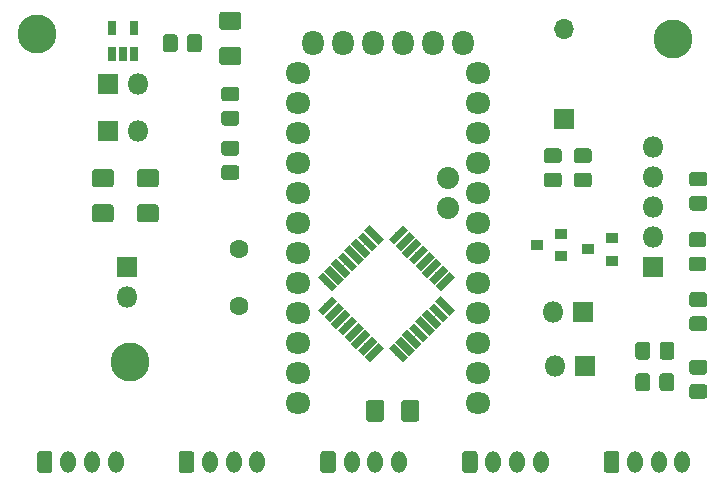
<source format=gbr>
%TF.GenerationSoftware,KiCad,Pcbnew,(5.0.0)*%
%TF.CreationDate,2021-11-23T11:21:32+01:00*%
%TF.ProjectId,PlacaSlave3AGesinen,506C616361536C617665334147657369,rev?*%
%TF.SameCoordinates,Original*%
%TF.FileFunction,Soldermask,Top*%
%TF.FilePolarity,Negative*%
%FSLAX46Y46*%
G04 Gerber Fmt 4.6, Leading zero omitted, Abs format (unit mm)*
G04 Created by KiCad (PCBNEW (5.0.0)) date 11/23/21 11:21:32*
%MOMM*%
%LPD*%
G01*
G04 APERTURE LIST*
%ADD10C,1.878000*%
%ADD11O,2.132000X1.827200*%
%ADD12O,1.827200X2.132000*%
%ADD13C,0.100000*%
%ADD14C,1.525000*%
%ADD15C,1.250000*%
%ADD16R,1.800000X1.800000*%
%ADD17O,1.800000X1.800000*%
%ADD18O,1.300000X1.850000*%
%ADD19C,1.300000*%
%ADD20C,1.600000*%
%ADD21R,1.000000X0.900000*%
%ADD22C,3.300000*%
%ADD23R,0.750000X1.160000*%
%ADD24C,0.650000*%
%ADD25R,1.700000X1.700000*%
%ADD26O,1.700000X1.700000*%
G04 APERTURE END LIST*
D10*
%TO.C,P3*%
X151130000Y-93980000D03*
X151130000Y-96520000D03*
%TD*%
D11*
%TO.C,P1*%
X138430000Y-85090000D03*
X138430000Y-87630000D03*
X138430000Y-90170000D03*
X138430000Y-92710000D03*
X138430000Y-95250000D03*
X138430000Y-97790000D03*
X138430000Y-100330000D03*
X138430000Y-102870000D03*
X138430000Y-105410000D03*
X138430000Y-107950000D03*
X138430000Y-110490000D03*
X138430000Y-113030000D03*
%TD*%
D12*
%TO.C,P2*%
X139700000Y-82550000D03*
X142240000Y-82550000D03*
X144780000Y-82550000D03*
X147320000Y-82550000D03*
X149860000Y-82550000D03*
X152400000Y-82550000D03*
%TD*%
D11*
%TO.C,P4*%
X153670000Y-85090000D03*
X153670000Y-87630000D03*
X153670000Y-90170000D03*
X153670000Y-92710000D03*
X153670000Y-95250000D03*
X153670000Y-97790000D03*
X153670000Y-100330000D03*
X153670000Y-102870000D03*
X153670000Y-105410000D03*
X153670000Y-107950000D03*
X153670000Y-110490000D03*
X153670000Y-113030000D03*
%TD*%
D13*
%TO.C,C1*%
G36*
X133398680Y-79883788D02*
X133424651Y-79887641D01*
X133450120Y-79894020D01*
X133474841Y-79902866D01*
X133498575Y-79914091D01*
X133521095Y-79927589D01*
X133542184Y-79943230D01*
X133561638Y-79960862D01*
X133579270Y-79980316D01*
X133594911Y-80001405D01*
X133608409Y-80023925D01*
X133619634Y-80047659D01*
X133628480Y-80072380D01*
X133634859Y-80097849D01*
X133638712Y-80123820D01*
X133640000Y-80150044D01*
X133640000Y-81139956D01*
X133638712Y-81166180D01*
X133634859Y-81192151D01*
X133628480Y-81217620D01*
X133619634Y-81242341D01*
X133608409Y-81266075D01*
X133594911Y-81288595D01*
X133579270Y-81309684D01*
X133561638Y-81329138D01*
X133542184Y-81346770D01*
X133521095Y-81362411D01*
X133498575Y-81375909D01*
X133474841Y-81387134D01*
X133450120Y-81395980D01*
X133424651Y-81402359D01*
X133398680Y-81406212D01*
X133372456Y-81407500D01*
X132057544Y-81407500D01*
X132031320Y-81406212D01*
X132005349Y-81402359D01*
X131979880Y-81395980D01*
X131955159Y-81387134D01*
X131931425Y-81375909D01*
X131908905Y-81362411D01*
X131887816Y-81346770D01*
X131868362Y-81329138D01*
X131850730Y-81309684D01*
X131835089Y-81288595D01*
X131821591Y-81266075D01*
X131810366Y-81242341D01*
X131801520Y-81217620D01*
X131795141Y-81192151D01*
X131791288Y-81166180D01*
X131790000Y-81139956D01*
X131790000Y-80150044D01*
X131791288Y-80123820D01*
X131795141Y-80097849D01*
X131801520Y-80072380D01*
X131810366Y-80047659D01*
X131821591Y-80023925D01*
X131835089Y-80001405D01*
X131850730Y-79980316D01*
X131868362Y-79960862D01*
X131887816Y-79943230D01*
X131908905Y-79927589D01*
X131931425Y-79914091D01*
X131955159Y-79902866D01*
X131979880Y-79894020D01*
X132005349Y-79887641D01*
X132031320Y-79883788D01*
X132057544Y-79882500D01*
X133372456Y-79882500D01*
X133398680Y-79883788D01*
X133398680Y-79883788D01*
G37*
D14*
X132715000Y-80645000D03*
D13*
G36*
X133398680Y-82858788D02*
X133424651Y-82862641D01*
X133450120Y-82869020D01*
X133474841Y-82877866D01*
X133498575Y-82889091D01*
X133521095Y-82902589D01*
X133542184Y-82918230D01*
X133561638Y-82935862D01*
X133579270Y-82955316D01*
X133594911Y-82976405D01*
X133608409Y-82998925D01*
X133619634Y-83022659D01*
X133628480Y-83047380D01*
X133634859Y-83072849D01*
X133638712Y-83098820D01*
X133640000Y-83125044D01*
X133640000Y-84114956D01*
X133638712Y-84141180D01*
X133634859Y-84167151D01*
X133628480Y-84192620D01*
X133619634Y-84217341D01*
X133608409Y-84241075D01*
X133594911Y-84263595D01*
X133579270Y-84284684D01*
X133561638Y-84304138D01*
X133542184Y-84321770D01*
X133521095Y-84337411D01*
X133498575Y-84350909D01*
X133474841Y-84362134D01*
X133450120Y-84370980D01*
X133424651Y-84377359D01*
X133398680Y-84381212D01*
X133372456Y-84382500D01*
X132057544Y-84382500D01*
X132031320Y-84381212D01*
X132005349Y-84377359D01*
X131979880Y-84370980D01*
X131955159Y-84362134D01*
X131931425Y-84350909D01*
X131908905Y-84337411D01*
X131887816Y-84321770D01*
X131868362Y-84304138D01*
X131850730Y-84284684D01*
X131835089Y-84263595D01*
X131821591Y-84241075D01*
X131810366Y-84217341D01*
X131801520Y-84192620D01*
X131795141Y-84167151D01*
X131791288Y-84141180D01*
X131790000Y-84114956D01*
X131790000Y-83125044D01*
X131791288Y-83098820D01*
X131795141Y-83072849D01*
X131801520Y-83047380D01*
X131810366Y-83022659D01*
X131821591Y-82998925D01*
X131835089Y-82976405D01*
X131850730Y-82955316D01*
X131868362Y-82935862D01*
X131887816Y-82918230D01*
X131908905Y-82902589D01*
X131931425Y-82889091D01*
X131955159Y-82877866D01*
X131979880Y-82869020D01*
X132005349Y-82862641D01*
X132031320Y-82858788D01*
X132057544Y-82857500D01*
X133372456Y-82857500D01*
X133398680Y-82858788D01*
X133398680Y-82858788D01*
G37*
D14*
X132715000Y-83620000D03*
%TD*%
D13*
%TO.C,C2*%
G36*
X148476180Y-112741288D02*
X148502151Y-112745141D01*
X148527620Y-112751520D01*
X148552341Y-112760366D01*
X148576075Y-112771591D01*
X148598595Y-112785089D01*
X148619684Y-112800730D01*
X148639138Y-112818362D01*
X148656770Y-112837816D01*
X148672411Y-112858905D01*
X148685909Y-112881425D01*
X148697134Y-112905159D01*
X148705980Y-112929880D01*
X148712359Y-112955349D01*
X148716212Y-112981320D01*
X148717500Y-113007544D01*
X148717500Y-114322456D01*
X148716212Y-114348680D01*
X148712359Y-114374651D01*
X148705980Y-114400120D01*
X148697134Y-114424841D01*
X148685909Y-114448575D01*
X148672411Y-114471095D01*
X148656770Y-114492184D01*
X148639138Y-114511638D01*
X148619684Y-114529270D01*
X148598595Y-114544911D01*
X148576075Y-114558409D01*
X148552341Y-114569634D01*
X148527620Y-114578480D01*
X148502151Y-114584859D01*
X148476180Y-114588712D01*
X148449956Y-114590000D01*
X147460044Y-114590000D01*
X147433820Y-114588712D01*
X147407849Y-114584859D01*
X147382380Y-114578480D01*
X147357659Y-114569634D01*
X147333925Y-114558409D01*
X147311405Y-114544911D01*
X147290316Y-114529270D01*
X147270862Y-114511638D01*
X147253230Y-114492184D01*
X147237589Y-114471095D01*
X147224091Y-114448575D01*
X147212866Y-114424841D01*
X147204020Y-114400120D01*
X147197641Y-114374651D01*
X147193788Y-114348680D01*
X147192500Y-114322456D01*
X147192500Y-113007544D01*
X147193788Y-112981320D01*
X147197641Y-112955349D01*
X147204020Y-112929880D01*
X147212866Y-112905159D01*
X147224091Y-112881425D01*
X147237589Y-112858905D01*
X147253230Y-112837816D01*
X147270862Y-112818362D01*
X147290316Y-112800730D01*
X147311405Y-112785089D01*
X147333925Y-112771591D01*
X147357659Y-112760366D01*
X147382380Y-112751520D01*
X147407849Y-112745141D01*
X147433820Y-112741288D01*
X147460044Y-112740000D01*
X148449956Y-112740000D01*
X148476180Y-112741288D01*
X148476180Y-112741288D01*
G37*
D14*
X147955000Y-113665000D03*
D13*
G36*
X145501180Y-112741288D02*
X145527151Y-112745141D01*
X145552620Y-112751520D01*
X145577341Y-112760366D01*
X145601075Y-112771591D01*
X145623595Y-112785089D01*
X145644684Y-112800730D01*
X145664138Y-112818362D01*
X145681770Y-112837816D01*
X145697411Y-112858905D01*
X145710909Y-112881425D01*
X145722134Y-112905159D01*
X145730980Y-112929880D01*
X145737359Y-112955349D01*
X145741212Y-112981320D01*
X145742500Y-113007544D01*
X145742500Y-114322456D01*
X145741212Y-114348680D01*
X145737359Y-114374651D01*
X145730980Y-114400120D01*
X145722134Y-114424841D01*
X145710909Y-114448575D01*
X145697411Y-114471095D01*
X145681770Y-114492184D01*
X145664138Y-114511638D01*
X145644684Y-114529270D01*
X145623595Y-114544911D01*
X145601075Y-114558409D01*
X145577341Y-114569634D01*
X145552620Y-114578480D01*
X145527151Y-114584859D01*
X145501180Y-114588712D01*
X145474956Y-114590000D01*
X144485044Y-114590000D01*
X144458820Y-114588712D01*
X144432849Y-114584859D01*
X144407380Y-114578480D01*
X144382659Y-114569634D01*
X144358925Y-114558409D01*
X144336405Y-114544911D01*
X144315316Y-114529270D01*
X144295862Y-114511638D01*
X144278230Y-114492184D01*
X144262589Y-114471095D01*
X144249091Y-114448575D01*
X144237866Y-114424841D01*
X144229020Y-114400120D01*
X144222641Y-114374651D01*
X144218788Y-114348680D01*
X144217500Y-114322456D01*
X144217500Y-113007544D01*
X144218788Y-112981320D01*
X144222641Y-112955349D01*
X144229020Y-112929880D01*
X144237866Y-112905159D01*
X144249091Y-112881425D01*
X144262589Y-112858905D01*
X144278230Y-112837816D01*
X144295862Y-112818362D01*
X144315316Y-112800730D01*
X144336405Y-112785089D01*
X144358925Y-112771591D01*
X144382659Y-112760366D01*
X144407380Y-112751520D01*
X144432849Y-112745141D01*
X144458820Y-112741288D01*
X144485044Y-112740000D01*
X145474956Y-112740000D01*
X145501180Y-112741288D01*
X145501180Y-112741288D01*
G37*
D14*
X144980000Y-113665000D03*
%TD*%
D13*
%TO.C,C3*%
G36*
X126413680Y-93218788D02*
X126439651Y-93222641D01*
X126465120Y-93229020D01*
X126489841Y-93237866D01*
X126513575Y-93249091D01*
X126536095Y-93262589D01*
X126557184Y-93278230D01*
X126576638Y-93295862D01*
X126594270Y-93315316D01*
X126609911Y-93336405D01*
X126623409Y-93358925D01*
X126634634Y-93382659D01*
X126643480Y-93407380D01*
X126649859Y-93432849D01*
X126653712Y-93458820D01*
X126655000Y-93485044D01*
X126655000Y-94474956D01*
X126653712Y-94501180D01*
X126649859Y-94527151D01*
X126643480Y-94552620D01*
X126634634Y-94577341D01*
X126623409Y-94601075D01*
X126609911Y-94623595D01*
X126594270Y-94644684D01*
X126576638Y-94664138D01*
X126557184Y-94681770D01*
X126536095Y-94697411D01*
X126513575Y-94710909D01*
X126489841Y-94722134D01*
X126465120Y-94730980D01*
X126439651Y-94737359D01*
X126413680Y-94741212D01*
X126387456Y-94742500D01*
X125072544Y-94742500D01*
X125046320Y-94741212D01*
X125020349Y-94737359D01*
X124994880Y-94730980D01*
X124970159Y-94722134D01*
X124946425Y-94710909D01*
X124923905Y-94697411D01*
X124902816Y-94681770D01*
X124883362Y-94664138D01*
X124865730Y-94644684D01*
X124850089Y-94623595D01*
X124836591Y-94601075D01*
X124825366Y-94577341D01*
X124816520Y-94552620D01*
X124810141Y-94527151D01*
X124806288Y-94501180D01*
X124805000Y-94474956D01*
X124805000Y-93485044D01*
X124806288Y-93458820D01*
X124810141Y-93432849D01*
X124816520Y-93407380D01*
X124825366Y-93382659D01*
X124836591Y-93358925D01*
X124850089Y-93336405D01*
X124865730Y-93315316D01*
X124883362Y-93295862D01*
X124902816Y-93278230D01*
X124923905Y-93262589D01*
X124946425Y-93249091D01*
X124970159Y-93237866D01*
X124994880Y-93229020D01*
X125020349Y-93222641D01*
X125046320Y-93218788D01*
X125072544Y-93217500D01*
X126387456Y-93217500D01*
X126413680Y-93218788D01*
X126413680Y-93218788D01*
G37*
D14*
X125730000Y-93980000D03*
D13*
G36*
X126413680Y-96193788D02*
X126439651Y-96197641D01*
X126465120Y-96204020D01*
X126489841Y-96212866D01*
X126513575Y-96224091D01*
X126536095Y-96237589D01*
X126557184Y-96253230D01*
X126576638Y-96270862D01*
X126594270Y-96290316D01*
X126609911Y-96311405D01*
X126623409Y-96333925D01*
X126634634Y-96357659D01*
X126643480Y-96382380D01*
X126649859Y-96407849D01*
X126653712Y-96433820D01*
X126655000Y-96460044D01*
X126655000Y-97449956D01*
X126653712Y-97476180D01*
X126649859Y-97502151D01*
X126643480Y-97527620D01*
X126634634Y-97552341D01*
X126623409Y-97576075D01*
X126609911Y-97598595D01*
X126594270Y-97619684D01*
X126576638Y-97639138D01*
X126557184Y-97656770D01*
X126536095Y-97672411D01*
X126513575Y-97685909D01*
X126489841Y-97697134D01*
X126465120Y-97705980D01*
X126439651Y-97712359D01*
X126413680Y-97716212D01*
X126387456Y-97717500D01*
X125072544Y-97717500D01*
X125046320Y-97716212D01*
X125020349Y-97712359D01*
X124994880Y-97705980D01*
X124970159Y-97697134D01*
X124946425Y-97685909D01*
X124923905Y-97672411D01*
X124902816Y-97656770D01*
X124883362Y-97639138D01*
X124865730Y-97619684D01*
X124850089Y-97598595D01*
X124836591Y-97576075D01*
X124825366Y-97552341D01*
X124816520Y-97527620D01*
X124810141Y-97502151D01*
X124806288Y-97476180D01*
X124805000Y-97449956D01*
X124805000Y-96460044D01*
X124806288Y-96433820D01*
X124810141Y-96407849D01*
X124816520Y-96382380D01*
X124825366Y-96357659D01*
X124836591Y-96333925D01*
X124850089Y-96311405D01*
X124865730Y-96290316D01*
X124883362Y-96270862D01*
X124902816Y-96253230D01*
X124923905Y-96237589D01*
X124946425Y-96224091D01*
X124970159Y-96212866D01*
X124994880Y-96204020D01*
X125020349Y-96197641D01*
X125046320Y-96193788D01*
X125072544Y-96192500D01*
X126387456Y-96192500D01*
X126413680Y-96193788D01*
X126413680Y-96193788D01*
G37*
D14*
X125730000Y-96955000D03*
%TD*%
D13*
%TO.C,C4*%
G36*
X122603680Y-96193788D02*
X122629651Y-96197641D01*
X122655120Y-96204020D01*
X122679841Y-96212866D01*
X122703575Y-96224091D01*
X122726095Y-96237589D01*
X122747184Y-96253230D01*
X122766638Y-96270862D01*
X122784270Y-96290316D01*
X122799911Y-96311405D01*
X122813409Y-96333925D01*
X122824634Y-96357659D01*
X122833480Y-96382380D01*
X122839859Y-96407849D01*
X122843712Y-96433820D01*
X122845000Y-96460044D01*
X122845000Y-97449956D01*
X122843712Y-97476180D01*
X122839859Y-97502151D01*
X122833480Y-97527620D01*
X122824634Y-97552341D01*
X122813409Y-97576075D01*
X122799911Y-97598595D01*
X122784270Y-97619684D01*
X122766638Y-97639138D01*
X122747184Y-97656770D01*
X122726095Y-97672411D01*
X122703575Y-97685909D01*
X122679841Y-97697134D01*
X122655120Y-97705980D01*
X122629651Y-97712359D01*
X122603680Y-97716212D01*
X122577456Y-97717500D01*
X121262544Y-97717500D01*
X121236320Y-97716212D01*
X121210349Y-97712359D01*
X121184880Y-97705980D01*
X121160159Y-97697134D01*
X121136425Y-97685909D01*
X121113905Y-97672411D01*
X121092816Y-97656770D01*
X121073362Y-97639138D01*
X121055730Y-97619684D01*
X121040089Y-97598595D01*
X121026591Y-97576075D01*
X121015366Y-97552341D01*
X121006520Y-97527620D01*
X121000141Y-97502151D01*
X120996288Y-97476180D01*
X120995000Y-97449956D01*
X120995000Y-96460044D01*
X120996288Y-96433820D01*
X121000141Y-96407849D01*
X121006520Y-96382380D01*
X121015366Y-96357659D01*
X121026591Y-96333925D01*
X121040089Y-96311405D01*
X121055730Y-96290316D01*
X121073362Y-96270862D01*
X121092816Y-96253230D01*
X121113905Y-96237589D01*
X121136425Y-96224091D01*
X121160159Y-96212866D01*
X121184880Y-96204020D01*
X121210349Y-96197641D01*
X121236320Y-96193788D01*
X121262544Y-96192500D01*
X122577456Y-96192500D01*
X122603680Y-96193788D01*
X122603680Y-96193788D01*
G37*
D14*
X121920000Y-96955000D03*
D13*
G36*
X122603680Y-93218788D02*
X122629651Y-93222641D01*
X122655120Y-93229020D01*
X122679841Y-93237866D01*
X122703575Y-93249091D01*
X122726095Y-93262589D01*
X122747184Y-93278230D01*
X122766638Y-93295862D01*
X122784270Y-93315316D01*
X122799911Y-93336405D01*
X122813409Y-93358925D01*
X122824634Y-93382659D01*
X122833480Y-93407380D01*
X122839859Y-93432849D01*
X122843712Y-93458820D01*
X122845000Y-93485044D01*
X122845000Y-94474956D01*
X122843712Y-94501180D01*
X122839859Y-94527151D01*
X122833480Y-94552620D01*
X122824634Y-94577341D01*
X122813409Y-94601075D01*
X122799911Y-94623595D01*
X122784270Y-94644684D01*
X122766638Y-94664138D01*
X122747184Y-94681770D01*
X122726095Y-94697411D01*
X122703575Y-94710909D01*
X122679841Y-94722134D01*
X122655120Y-94730980D01*
X122629651Y-94737359D01*
X122603680Y-94741212D01*
X122577456Y-94742500D01*
X121262544Y-94742500D01*
X121236320Y-94741212D01*
X121210349Y-94737359D01*
X121184880Y-94730980D01*
X121160159Y-94722134D01*
X121136425Y-94710909D01*
X121113905Y-94697411D01*
X121092816Y-94681770D01*
X121073362Y-94664138D01*
X121055730Y-94644684D01*
X121040089Y-94623595D01*
X121026591Y-94601075D01*
X121015366Y-94577341D01*
X121006520Y-94552620D01*
X121000141Y-94527151D01*
X120996288Y-94501180D01*
X120995000Y-94474956D01*
X120995000Y-93485044D01*
X120996288Y-93458820D01*
X121000141Y-93432849D01*
X121006520Y-93407380D01*
X121015366Y-93382659D01*
X121026591Y-93358925D01*
X121040089Y-93336405D01*
X121055730Y-93315316D01*
X121073362Y-93295862D01*
X121092816Y-93278230D01*
X121113905Y-93262589D01*
X121136425Y-93249091D01*
X121160159Y-93237866D01*
X121184880Y-93229020D01*
X121210349Y-93222641D01*
X121236320Y-93218788D01*
X121262544Y-93217500D01*
X122577456Y-93217500D01*
X122603680Y-93218788D01*
X122603680Y-93218788D01*
G37*
D14*
X121920000Y-93980000D03*
%TD*%
D13*
%TO.C,D1*%
G36*
X133219897Y-92866308D02*
X133246275Y-92870221D01*
X133272143Y-92876701D01*
X133297252Y-92885685D01*
X133321358Y-92897086D01*
X133344232Y-92910796D01*
X133365651Y-92926682D01*
X133385410Y-92944590D01*
X133403318Y-92964349D01*
X133419204Y-92985768D01*
X133432914Y-93008642D01*
X133444315Y-93032748D01*
X133453299Y-93057857D01*
X133459779Y-93083725D01*
X133463692Y-93110103D01*
X133465000Y-93136738D01*
X133465000Y-93843262D01*
X133463692Y-93869897D01*
X133459779Y-93896275D01*
X133453299Y-93922143D01*
X133444315Y-93947252D01*
X133432914Y-93971358D01*
X133419204Y-93994232D01*
X133403318Y-94015651D01*
X133385410Y-94035410D01*
X133365651Y-94053318D01*
X133344232Y-94069204D01*
X133321358Y-94082914D01*
X133297252Y-94094315D01*
X133272143Y-94103299D01*
X133246275Y-94109779D01*
X133219897Y-94113692D01*
X133193262Y-94115000D01*
X132236738Y-94115000D01*
X132210103Y-94113692D01*
X132183725Y-94109779D01*
X132157857Y-94103299D01*
X132132748Y-94094315D01*
X132108642Y-94082914D01*
X132085768Y-94069204D01*
X132064349Y-94053318D01*
X132044590Y-94035410D01*
X132026682Y-94015651D01*
X132010796Y-93994232D01*
X131997086Y-93971358D01*
X131985685Y-93947252D01*
X131976701Y-93922143D01*
X131970221Y-93896275D01*
X131966308Y-93869897D01*
X131965000Y-93843262D01*
X131965000Y-93136738D01*
X131966308Y-93110103D01*
X131970221Y-93083725D01*
X131976701Y-93057857D01*
X131985685Y-93032748D01*
X131997086Y-93008642D01*
X132010796Y-92985768D01*
X132026682Y-92964349D01*
X132044590Y-92944590D01*
X132064349Y-92926682D01*
X132085768Y-92910796D01*
X132108642Y-92897086D01*
X132132748Y-92885685D01*
X132157857Y-92876701D01*
X132183725Y-92870221D01*
X132210103Y-92866308D01*
X132236738Y-92865000D01*
X133193262Y-92865000D01*
X133219897Y-92866308D01*
X133219897Y-92866308D01*
G37*
D15*
X132715000Y-93490000D03*
D13*
G36*
X133219897Y-90816308D02*
X133246275Y-90820221D01*
X133272143Y-90826701D01*
X133297252Y-90835685D01*
X133321358Y-90847086D01*
X133344232Y-90860796D01*
X133365651Y-90876682D01*
X133385410Y-90894590D01*
X133403318Y-90914349D01*
X133419204Y-90935768D01*
X133432914Y-90958642D01*
X133444315Y-90982748D01*
X133453299Y-91007857D01*
X133459779Y-91033725D01*
X133463692Y-91060103D01*
X133465000Y-91086738D01*
X133465000Y-91793262D01*
X133463692Y-91819897D01*
X133459779Y-91846275D01*
X133453299Y-91872143D01*
X133444315Y-91897252D01*
X133432914Y-91921358D01*
X133419204Y-91944232D01*
X133403318Y-91965651D01*
X133385410Y-91985410D01*
X133365651Y-92003318D01*
X133344232Y-92019204D01*
X133321358Y-92032914D01*
X133297252Y-92044315D01*
X133272143Y-92053299D01*
X133246275Y-92059779D01*
X133219897Y-92063692D01*
X133193262Y-92065000D01*
X132236738Y-92065000D01*
X132210103Y-92063692D01*
X132183725Y-92059779D01*
X132157857Y-92053299D01*
X132132748Y-92044315D01*
X132108642Y-92032914D01*
X132085768Y-92019204D01*
X132064349Y-92003318D01*
X132044590Y-91985410D01*
X132026682Y-91965651D01*
X132010796Y-91944232D01*
X131997086Y-91921358D01*
X131985685Y-91897252D01*
X131976701Y-91872143D01*
X131970221Y-91846275D01*
X131966308Y-91819897D01*
X131965000Y-91793262D01*
X131965000Y-91086738D01*
X131966308Y-91060103D01*
X131970221Y-91033725D01*
X131976701Y-91007857D01*
X131985685Y-90982748D01*
X131997086Y-90958642D01*
X132010796Y-90935768D01*
X132026682Y-90914349D01*
X132044590Y-90894590D01*
X132064349Y-90876682D01*
X132085768Y-90860796D01*
X132108642Y-90847086D01*
X132132748Y-90835685D01*
X132157857Y-90826701D01*
X132183725Y-90820221D01*
X132210103Y-90816308D01*
X132236738Y-90815000D01*
X133193262Y-90815000D01*
X133219897Y-90816308D01*
X133219897Y-90816308D01*
G37*
D15*
X132715000Y-91440000D03*
%TD*%
D13*
%TO.C,D2*%
G36*
X170069897Y-107836308D02*
X170096275Y-107840221D01*
X170122143Y-107846701D01*
X170147252Y-107855685D01*
X170171358Y-107867086D01*
X170194232Y-107880796D01*
X170215651Y-107896682D01*
X170235410Y-107914590D01*
X170253318Y-107934349D01*
X170269204Y-107955768D01*
X170282914Y-107978642D01*
X170294315Y-108002748D01*
X170303299Y-108027857D01*
X170309779Y-108053725D01*
X170313692Y-108080103D01*
X170315000Y-108106738D01*
X170315000Y-109063262D01*
X170313692Y-109089897D01*
X170309779Y-109116275D01*
X170303299Y-109142143D01*
X170294315Y-109167252D01*
X170282914Y-109191358D01*
X170269204Y-109214232D01*
X170253318Y-109235651D01*
X170235410Y-109255410D01*
X170215651Y-109273318D01*
X170194232Y-109289204D01*
X170171358Y-109302914D01*
X170147252Y-109314315D01*
X170122143Y-109323299D01*
X170096275Y-109329779D01*
X170069897Y-109333692D01*
X170043262Y-109335000D01*
X169336738Y-109335000D01*
X169310103Y-109333692D01*
X169283725Y-109329779D01*
X169257857Y-109323299D01*
X169232748Y-109314315D01*
X169208642Y-109302914D01*
X169185768Y-109289204D01*
X169164349Y-109273318D01*
X169144590Y-109255410D01*
X169126682Y-109235651D01*
X169110796Y-109214232D01*
X169097086Y-109191358D01*
X169085685Y-109167252D01*
X169076701Y-109142143D01*
X169070221Y-109116275D01*
X169066308Y-109089897D01*
X169065000Y-109063262D01*
X169065000Y-108106738D01*
X169066308Y-108080103D01*
X169070221Y-108053725D01*
X169076701Y-108027857D01*
X169085685Y-108002748D01*
X169097086Y-107978642D01*
X169110796Y-107955768D01*
X169126682Y-107934349D01*
X169144590Y-107914590D01*
X169164349Y-107896682D01*
X169185768Y-107880796D01*
X169208642Y-107867086D01*
X169232748Y-107855685D01*
X169257857Y-107846701D01*
X169283725Y-107840221D01*
X169310103Y-107836308D01*
X169336738Y-107835000D01*
X170043262Y-107835000D01*
X170069897Y-107836308D01*
X170069897Y-107836308D01*
G37*
D15*
X169690000Y-108585000D03*
D13*
G36*
X168019897Y-107836308D02*
X168046275Y-107840221D01*
X168072143Y-107846701D01*
X168097252Y-107855685D01*
X168121358Y-107867086D01*
X168144232Y-107880796D01*
X168165651Y-107896682D01*
X168185410Y-107914590D01*
X168203318Y-107934349D01*
X168219204Y-107955768D01*
X168232914Y-107978642D01*
X168244315Y-108002748D01*
X168253299Y-108027857D01*
X168259779Y-108053725D01*
X168263692Y-108080103D01*
X168265000Y-108106738D01*
X168265000Y-109063262D01*
X168263692Y-109089897D01*
X168259779Y-109116275D01*
X168253299Y-109142143D01*
X168244315Y-109167252D01*
X168232914Y-109191358D01*
X168219204Y-109214232D01*
X168203318Y-109235651D01*
X168185410Y-109255410D01*
X168165651Y-109273318D01*
X168144232Y-109289204D01*
X168121358Y-109302914D01*
X168097252Y-109314315D01*
X168072143Y-109323299D01*
X168046275Y-109329779D01*
X168019897Y-109333692D01*
X167993262Y-109335000D01*
X167286738Y-109335000D01*
X167260103Y-109333692D01*
X167233725Y-109329779D01*
X167207857Y-109323299D01*
X167182748Y-109314315D01*
X167158642Y-109302914D01*
X167135768Y-109289204D01*
X167114349Y-109273318D01*
X167094590Y-109255410D01*
X167076682Y-109235651D01*
X167060796Y-109214232D01*
X167047086Y-109191358D01*
X167035685Y-109167252D01*
X167026701Y-109142143D01*
X167020221Y-109116275D01*
X167016308Y-109089897D01*
X167015000Y-109063262D01*
X167015000Y-108106738D01*
X167016308Y-108080103D01*
X167020221Y-108053725D01*
X167026701Y-108027857D01*
X167035685Y-108002748D01*
X167047086Y-107978642D01*
X167060796Y-107955768D01*
X167076682Y-107934349D01*
X167094590Y-107914590D01*
X167114349Y-107896682D01*
X167135768Y-107880796D01*
X167158642Y-107867086D01*
X167182748Y-107855685D01*
X167207857Y-107846701D01*
X167233725Y-107840221D01*
X167260103Y-107836308D01*
X167286738Y-107835000D01*
X167993262Y-107835000D01*
X168019897Y-107836308D01*
X168019897Y-107836308D01*
G37*
D15*
X167640000Y-108585000D03*
%TD*%
D16*
%TO.C,J1*%
X124000000Y-101460000D03*
D17*
X124000000Y-104000000D03*
%TD*%
%TO.C,JP1*%
X124904500Y-86042500D03*
D16*
X122364500Y-86042500D03*
%TD*%
%TO.C,JP2*%
X122364500Y-89979500D03*
D17*
X124904500Y-89979500D03*
%TD*%
D13*
%TO.C,R1*%
G36*
X133219897Y-88276308D02*
X133246275Y-88280221D01*
X133272143Y-88286701D01*
X133297252Y-88295685D01*
X133321358Y-88307086D01*
X133344232Y-88320796D01*
X133365651Y-88336682D01*
X133385410Y-88354590D01*
X133403318Y-88374349D01*
X133419204Y-88395768D01*
X133432914Y-88418642D01*
X133444315Y-88442748D01*
X133453299Y-88467857D01*
X133459779Y-88493725D01*
X133463692Y-88520103D01*
X133465000Y-88546738D01*
X133465000Y-89253262D01*
X133463692Y-89279897D01*
X133459779Y-89306275D01*
X133453299Y-89332143D01*
X133444315Y-89357252D01*
X133432914Y-89381358D01*
X133419204Y-89404232D01*
X133403318Y-89425651D01*
X133385410Y-89445410D01*
X133365651Y-89463318D01*
X133344232Y-89479204D01*
X133321358Y-89492914D01*
X133297252Y-89504315D01*
X133272143Y-89513299D01*
X133246275Y-89519779D01*
X133219897Y-89523692D01*
X133193262Y-89525000D01*
X132236738Y-89525000D01*
X132210103Y-89523692D01*
X132183725Y-89519779D01*
X132157857Y-89513299D01*
X132132748Y-89504315D01*
X132108642Y-89492914D01*
X132085768Y-89479204D01*
X132064349Y-89463318D01*
X132044590Y-89445410D01*
X132026682Y-89425651D01*
X132010796Y-89404232D01*
X131997086Y-89381358D01*
X131985685Y-89357252D01*
X131976701Y-89332143D01*
X131970221Y-89306275D01*
X131966308Y-89279897D01*
X131965000Y-89253262D01*
X131965000Y-88546738D01*
X131966308Y-88520103D01*
X131970221Y-88493725D01*
X131976701Y-88467857D01*
X131985685Y-88442748D01*
X131997086Y-88418642D01*
X132010796Y-88395768D01*
X132026682Y-88374349D01*
X132044590Y-88354590D01*
X132064349Y-88336682D01*
X132085768Y-88320796D01*
X132108642Y-88307086D01*
X132132748Y-88295685D01*
X132157857Y-88286701D01*
X132183725Y-88280221D01*
X132210103Y-88276308D01*
X132236738Y-88275000D01*
X133193262Y-88275000D01*
X133219897Y-88276308D01*
X133219897Y-88276308D01*
G37*
D15*
X132715000Y-88900000D03*
D13*
G36*
X133219897Y-86226308D02*
X133246275Y-86230221D01*
X133272143Y-86236701D01*
X133297252Y-86245685D01*
X133321358Y-86257086D01*
X133344232Y-86270796D01*
X133365651Y-86286682D01*
X133385410Y-86304590D01*
X133403318Y-86324349D01*
X133419204Y-86345768D01*
X133432914Y-86368642D01*
X133444315Y-86392748D01*
X133453299Y-86417857D01*
X133459779Y-86443725D01*
X133463692Y-86470103D01*
X133465000Y-86496738D01*
X133465000Y-87203262D01*
X133463692Y-87229897D01*
X133459779Y-87256275D01*
X133453299Y-87282143D01*
X133444315Y-87307252D01*
X133432914Y-87331358D01*
X133419204Y-87354232D01*
X133403318Y-87375651D01*
X133385410Y-87395410D01*
X133365651Y-87413318D01*
X133344232Y-87429204D01*
X133321358Y-87442914D01*
X133297252Y-87454315D01*
X133272143Y-87463299D01*
X133246275Y-87469779D01*
X133219897Y-87473692D01*
X133193262Y-87475000D01*
X132236738Y-87475000D01*
X132210103Y-87473692D01*
X132183725Y-87469779D01*
X132157857Y-87463299D01*
X132132748Y-87454315D01*
X132108642Y-87442914D01*
X132085768Y-87429204D01*
X132064349Y-87413318D01*
X132044590Y-87395410D01*
X132026682Y-87375651D01*
X132010796Y-87354232D01*
X131997086Y-87331358D01*
X131985685Y-87307252D01*
X131976701Y-87282143D01*
X131970221Y-87256275D01*
X131966308Y-87229897D01*
X131965000Y-87203262D01*
X131965000Y-86496738D01*
X131966308Y-86470103D01*
X131970221Y-86443725D01*
X131976701Y-86417857D01*
X131985685Y-86392748D01*
X131997086Y-86368642D01*
X132010796Y-86345768D01*
X132026682Y-86324349D01*
X132044590Y-86304590D01*
X132064349Y-86286682D01*
X132085768Y-86270796D01*
X132108642Y-86257086D01*
X132132748Y-86245685D01*
X132157857Y-86236701D01*
X132183725Y-86230221D01*
X132210103Y-86226308D01*
X132236738Y-86225000D01*
X133193262Y-86225000D01*
X133219897Y-86226308D01*
X133219897Y-86226308D01*
G37*
D15*
X132715000Y-86850000D03*
%TD*%
D13*
%TO.C,R2*%
G36*
X163064897Y-91451308D02*
X163091275Y-91455221D01*
X163117143Y-91461701D01*
X163142252Y-91470685D01*
X163166358Y-91482086D01*
X163189232Y-91495796D01*
X163210651Y-91511682D01*
X163230410Y-91529590D01*
X163248318Y-91549349D01*
X163264204Y-91570768D01*
X163277914Y-91593642D01*
X163289315Y-91617748D01*
X163298299Y-91642857D01*
X163304779Y-91668725D01*
X163308692Y-91695103D01*
X163310000Y-91721738D01*
X163310000Y-92428262D01*
X163308692Y-92454897D01*
X163304779Y-92481275D01*
X163298299Y-92507143D01*
X163289315Y-92532252D01*
X163277914Y-92556358D01*
X163264204Y-92579232D01*
X163248318Y-92600651D01*
X163230410Y-92620410D01*
X163210651Y-92638318D01*
X163189232Y-92654204D01*
X163166358Y-92667914D01*
X163142252Y-92679315D01*
X163117143Y-92688299D01*
X163091275Y-92694779D01*
X163064897Y-92698692D01*
X163038262Y-92700000D01*
X162081738Y-92700000D01*
X162055103Y-92698692D01*
X162028725Y-92694779D01*
X162002857Y-92688299D01*
X161977748Y-92679315D01*
X161953642Y-92667914D01*
X161930768Y-92654204D01*
X161909349Y-92638318D01*
X161889590Y-92620410D01*
X161871682Y-92600651D01*
X161855796Y-92579232D01*
X161842086Y-92556358D01*
X161830685Y-92532252D01*
X161821701Y-92507143D01*
X161815221Y-92481275D01*
X161811308Y-92454897D01*
X161810000Y-92428262D01*
X161810000Y-91721738D01*
X161811308Y-91695103D01*
X161815221Y-91668725D01*
X161821701Y-91642857D01*
X161830685Y-91617748D01*
X161842086Y-91593642D01*
X161855796Y-91570768D01*
X161871682Y-91549349D01*
X161889590Y-91529590D01*
X161909349Y-91511682D01*
X161930768Y-91495796D01*
X161953642Y-91482086D01*
X161977748Y-91470685D01*
X162002857Y-91461701D01*
X162028725Y-91455221D01*
X162055103Y-91451308D01*
X162081738Y-91450000D01*
X163038262Y-91450000D01*
X163064897Y-91451308D01*
X163064897Y-91451308D01*
G37*
D15*
X162560000Y-92075000D03*
D13*
G36*
X163064897Y-93501308D02*
X163091275Y-93505221D01*
X163117143Y-93511701D01*
X163142252Y-93520685D01*
X163166358Y-93532086D01*
X163189232Y-93545796D01*
X163210651Y-93561682D01*
X163230410Y-93579590D01*
X163248318Y-93599349D01*
X163264204Y-93620768D01*
X163277914Y-93643642D01*
X163289315Y-93667748D01*
X163298299Y-93692857D01*
X163304779Y-93718725D01*
X163308692Y-93745103D01*
X163310000Y-93771738D01*
X163310000Y-94478262D01*
X163308692Y-94504897D01*
X163304779Y-94531275D01*
X163298299Y-94557143D01*
X163289315Y-94582252D01*
X163277914Y-94606358D01*
X163264204Y-94629232D01*
X163248318Y-94650651D01*
X163230410Y-94670410D01*
X163210651Y-94688318D01*
X163189232Y-94704204D01*
X163166358Y-94717914D01*
X163142252Y-94729315D01*
X163117143Y-94738299D01*
X163091275Y-94744779D01*
X163064897Y-94748692D01*
X163038262Y-94750000D01*
X162081738Y-94750000D01*
X162055103Y-94748692D01*
X162028725Y-94744779D01*
X162002857Y-94738299D01*
X161977748Y-94729315D01*
X161953642Y-94717914D01*
X161930768Y-94704204D01*
X161909349Y-94688318D01*
X161889590Y-94670410D01*
X161871682Y-94650651D01*
X161855796Y-94629232D01*
X161842086Y-94606358D01*
X161830685Y-94582252D01*
X161821701Y-94557143D01*
X161815221Y-94531275D01*
X161811308Y-94504897D01*
X161810000Y-94478262D01*
X161810000Y-93771738D01*
X161811308Y-93745103D01*
X161815221Y-93718725D01*
X161821701Y-93692857D01*
X161830685Y-93667748D01*
X161842086Y-93643642D01*
X161855796Y-93620768D01*
X161871682Y-93599349D01*
X161889590Y-93579590D01*
X161909349Y-93561682D01*
X161930768Y-93545796D01*
X161953642Y-93532086D01*
X161977748Y-93520685D01*
X162002857Y-93511701D01*
X162028725Y-93505221D01*
X162055103Y-93501308D01*
X162081738Y-93500000D01*
X163038262Y-93500000D01*
X163064897Y-93501308D01*
X163064897Y-93501308D01*
G37*
D15*
X162560000Y-94125000D03*
%TD*%
D13*
%TO.C,R3*%
G36*
X160524897Y-93501308D02*
X160551275Y-93505221D01*
X160577143Y-93511701D01*
X160602252Y-93520685D01*
X160626358Y-93532086D01*
X160649232Y-93545796D01*
X160670651Y-93561682D01*
X160690410Y-93579590D01*
X160708318Y-93599349D01*
X160724204Y-93620768D01*
X160737914Y-93643642D01*
X160749315Y-93667748D01*
X160758299Y-93692857D01*
X160764779Y-93718725D01*
X160768692Y-93745103D01*
X160770000Y-93771738D01*
X160770000Y-94478262D01*
X160768692Y-94504897D01*
X160764779Y-94531275D01*
X160758299Y-94557143D01*
X160749315Y-94582252D01*
X160737914Y-94606358D01*
X160724204Y-94629232D01*
X160708318Y-94650651D01*
X160690410Y-94670410D01*
X160670651Y-94688318D01*
X160649232Y-94704204D01*
X160626358Y-94717914D01*
X160602252Y-94729315D01*
X160577143Y-94738299D01*
X160551275Y-94744779D01*
X160524897Y-94748692D01*
X160498262Y-94750000D01*
X159541738Y-94750000D01*
X159515103Y-94748692D01*
X159488725Y-94744779D01*
X159462857Y-94738299D01*
X159437748Y-94729315D01*
X159413642Y-94717914D01*
X159390768Y-94704204D01*
X159369349Y-94688318D01*
X159349590Y-94670410D01*
X159331682Y-94650651D01*
X159315796Y-94629232D01*
X159302086Y-94606358D01*
X159290685Y-94582252D01*
X159281701Y-94557143D01*
X159275221Y-94531275D01*
X159271308Y-94504897D01*
X159270000Y-94478262D01*
X159270000Y-93771738D01*
X159271308Y-93745103D01*
X159275221Y-93718725D01*
X159281701Y-93692857D01*
X159290685Y-93667748D01*
X159302086Y-93643642D01*
X159315796Y-93620768D01*
X159331682Y-93599349D01*
X159349590Y-93579590D01*
X159369349Y-93561682D01*
X159390768Y-93545796D01*
X159413642Y-93532086D01*
X159437748Y-93520685D01*
X159462857Y-93511701D01*
X159488725Y-93505221D01*
X159515103Y-93501308D01*
X159541738Y-93500000D01*
X160498262Y-93500000D01*
X160524897Y-93501308D01*
X160524897Y-93501308D01*
G37*
D15*
X160020000Y-94125000D03*
D13*
G36*
X160524897Y-91451308D02*
X160551275Y-91455221D01*
X160577143Y-91461701D01*
X160602252Y-91470685D01*
X160626358Y-91482086D01*
X160649232Y-91495796D01*
X160670651Y-91511682D01*
X160690410Y-91529590D01*
X160708318Y-91549349D01*
X160724204Y-91570768D01*
X160737914Y-91593642D01*
X160749315Y-91617748D01*
X160758299Y-91642857D01*
X160764779Y-91668725D01*
X160768692Y-91695103D01*
X160770000Y-91721738D01*
X160770000Y-92428262D01*
X160768692Y-92454897D01*
X160764779Y-92481275D01*
X160758299Y-92507143D01*
X160749315Y-92532252D01*
X160737914Y-92556358D01*
X160724204Y-92579232D01*
X160708318Y-92600651D01*
X160690410Y-92620410D01*
X160670651Y-92638318D01*
X160649232Y-92654204D01*
X160626358Y-92667914D01*
X160602252Y-92679315D01*
X160577143Y-92688299D01*
X160551275Y-92694779D01*
X160524897Y-92698692D01*
X160498262Y-92700000D01*
X159541738Y-92700000D01*
X159515103Y-92698692D01*
X159488725Y-92694779D01*
X159462857Y-92688299D01*
X159437748Y-92679315D01*
X159413642Y-92667914D01*
X159390768Y-92654204D01*
X159369349Y-92638318D01*
X159349590Y-92620410D01*
X159331682Y-92600651D01*
X159315796Y-92579232D01*
X159302086Y-92556358D01*
X159290685Y-92532252D01*
X159281701Y-92507143D01*
X159275221Y-92481275D01*
X159271308Y-92454897D01*
X159270000Y-92428262D01*
X159270000Y-91721738D01*
X159271308Y-91695103D01*
X159275221Y-91668725D01*
X159281701Y-91642857D01*
X159290685Y-91617748D01*
X159302086Y-91593642D01*
X159315796Y-91570768D01*
X159331682Y-91549349D01*
X159349590Y-91529590D01*
X159369349Y-91511682D01*
X159390768Y-91495796D01*
X159413642Y-91482086D01*
X159437748Y-91470685D01*
X159462857Y-91461701D01*
X159488725Y-91455221D01*
X159515103Y-91451308D01*
X159541738Y-91450000D01*
X160498262Y-91450000D01*
X160524897Y-91451308D01*
X160524897Y-91451308D01*
G37*
D15*
X160020000Y-92075000D03*
%TD*%
D13*
%TO.C,R4*%
G36*
X130064897Y-81801308D02*
X130091275Y-81805221D01*
X130117143Y-81811701D01*
X130142252Y-81820685D01*
X130166358Y-81832086D01*
X130189232Y-81845796D01*
X130210651Y-81861682D01*
X130230410Y-81879590D01*
X130248318Y-81899349D01*
X130264204Y-81920768D01*
X130277914Y-81943642D01*
X130289315Y-81967748D01*
X130298299Y-81992857D01*
X130304779Y-82018725D01*
X130308692Y-82045103D01*
X130310000Y-82071738D01*
X130310000Y-83028262D01*
X130308692Y-83054897D01*
X130304779Y-83081275D01*
X130298299Y-83107143D01*
X130289315Y-83132252D01*
X130277914Y-83156358D01*
X130264204Y-83179232D01*
X130248318Y-83200651D01*
X130230410Y-83220410D01*
X130210651Y-83238318D01*
X130189232Y-83254204D01*
X130166358Y-83267914D01*
X130142252Y-83279315D01*
X130117143Y-83288299D01*
X130091275Y-83294779D01*
X130064897Y-83298692D01*
X130038262Y-83300000D01*
X129331738Y-83300000D01*
X129305103Y-83298692D01*
X129278725Y-83294779D01*
X129252857Y-83288299D01*
X129227748Y-83279315D01*
X129203642Y-83267914D01*
X129180768Y-83254204D01*
X129159349Y-83238318D01*
X129139590Y-83220410D01*
X129121682Y-83200651D01*
X129105796Y-83179232D01*
X129092086Y-83156358D01*
X129080685Y-83132252D01*
X129071701Y-83107143D01*
X129065221Y-83081275D01*
X129061308Y-83054897D01*
X129060000Y-83028262D01*
X129060000Y-82071738D01*
X129061308Y-82045103D01*
X129065221Y-82018725D01*
X129071701Y-81992857D01*
X129080685Y-81967748D01*
X129092086Y-81943642D01*
X129105796Y-81920768D01*
X129121682Y-81899349D01*
X129139590Y-81879590D01*
X129159349Y-81861682D01*
X129180768Y-81845796D01*
X129203642Y-81832086D01*
X129227748Y-81820685D01*
X129252857Y-81811701D01*
X129278725Y-81805221D01*
X129305103Y-81801308D01*
X129331738Y-81800000D01*
X130038262Y-81800000D01*
X130064897Y-81801308D01*
X130064897Y-81801308D01*
G37*
D15*
X129685000Y-82550000D03*
D13*
G36*
X128014897Y-81801308D02*
X128041275Y-81805221D01*
X128067143Y-81811701D01*
X128092252Y-81820685D01*
X128116358Y-81832086D01*
X128139232Y-81845796D01*
X128160651Y-81861682D01*
X128180410Y-81879590D01*
X128198318Y-81899349D01*
X128214204Y-81920768D01*
X128227914Y-81943642D01*
X128239315Y-81967748D01*
X128248299Y-81992857D01*
X128254779Y-82018725D01*
X128258692Y-82045103D01*
X128260000Y-82071738D01*
X128260000Y-83028262D01*
X128258692Y-83054897D01*
X128254779Y-83081275D01*
X128248299Y-83107143D01*
X128239315Y-83132252D01*
X128227914Y-83156358D01*
X128214204Y-83179232D01*
X128198318Y-83200651D01*
X128180410Y-83220410D01*
X128160651Y-83238318D01*
X128139232Y-83254204D01*
X128116358Y-83267914D01*
X128092252Y-83279315D01*
X128067143Y-83288299D01*
X128041275Y-83294779D01*
X128014897Y-83298692D01*
X127988262Y-83300000D01*
X127281738Y-83300000D01*
X127255103Y-83298692D01*
X127228725Y-83294779D01*
X127202857Y-83288299D01*
X127177748Y-83279315D01*
X127153642Y-83267914D01*
X127130768Y-83254204D01*
X127109349Y-83238318D01*
X127089590Y-83220410D01*
X127071682Y-83200651D01*
X127055796Y-83179232D01*
X127042086Y-83156358D01*
X127030685Y-83132252D01*
X127021701Y-83107143D01*
X127015221Y-83081275D01*
X127011308Y-83054897D01*
X127010000Y-83028262D01*
X127010000Y-82071738D01*
X127011308Y-82045103D01*
X127015221Y-82018725D01*
X127021701Y-81992857D01*
X127030685Y-81967748D01*
X127042086Y-81943642D01*
X127055796Y-81920768D01*
X127071682Y-81899349D01*
X127089590Y-81879590D01*
X127109349Y-81861682D01*
X127130768Y-81845796D01*
X127153642Y-81832086D01*
X127177748Y-81820685D01*
X127202857Y-81811701D01*
X127228725Y-81805221D01*
X127255103Y-81801308D01*
X127281738Y-81800000D01*
X127988262Y-81800000D01*
X128014897Y-81801308D01*
X128014897Y-81801308D01*
G37*
D15*
X127635000Y-82550000D03*
%TD*%
D13*
%TO.C,R5*%
G36*
X170060897Y-110503308D02*
X170087275Y-110507221D01*
X170113143Y-110513701D01*
X170138252Y-110522685D01*
X170162358Y-110534086D01*
X170185232Y-110547796D01*
X170206651Y-110563682D01*
X170226410Y-110581590D01*
X170244318Y-110601349D01*
X170260204Y-110622768D01*
X170273914Y-110645642D01*
X170285315Y-110669748D01*
X170294299Y-110694857D01*
X170300779Y-110720725D01*
X170304692Y-110747103D01*
X170306000Y-110773738D01*
X170306000Y-111730262D01*
X170304692Y-111756897D01*
X170300779Y-111783275D01*
X170294299Y-111809143D01*
X170285315Y-111834252D01*
X170273914Y-111858358D01*
X170260204Y-111881232D01*
X170244318Y-111902651D01*
X170226410Y-111922410D01*
X170206651Y-111940318D01*
X170185232Y-111956204D01*
X170162358Y-111969914D01*
X170138252Y-111981315D01*
X170113143Y-111990299D01*
X170087275Y-111996779D01*
X170060897Y-112000692D01*
X170034262Y-112002000D01*
X169327738Y-112002000D01*
X169301103Y-112000692D01*
X169274725Y-111996779D01*
X169248857Y-111990299D01*
X169223748Y-111981315D01*
X169199642Y-111969914D01*
X169176768Y-111956204D01*
X169155349Y-111940318D01*
X169135590Y-111922410D01*
X169117682Y-111902651D01*
X169101796Y-111881232D01*
X169088086Y-111858358D01*
X169076685Y-111834252D01*
X169067701Y-111809143D01*
X169061221Y-111783275D01*
X169057308Y-111756897D01*
X169056000Y-111730262D01*
X169056000Y-110773738D01*
X169057308Y-110747103D01*
X169061221Y-110720725D01*
X169067701Y-110694857D01*
X169076685Y-110669748D01*
X169088086Y-110645642D01*
X169101796Y-110622768D01*
X169117682Y-110601349D01*
X169135590Y-110581590D01*
X169155349Y-110563682D01*
X169176768Y-110547796D01*
X169199642Y-110534086D01*
X169223748Y-110522685D01*
X169248857Y-110513701D01*
X169274725Y-110507221D01*
X169301103Y-110503308D01*
X169327738Y-110502000D01*
X170034262Y-110502000D01*
X170060897Y-110503308D01*
X170060897Y-110503308D01*
G37*
D15*
X169681000Y-111252000D03*
D13*
G36*
X168010897Y-110503308D02*
X168037275Y-110507221D01*
X168063143Y-110513701D01*
X168088252Y-110522685D01*
X168112358Y-110534086D01*
X168135232Y-110547796D01*
X168156651Y-110563682D01*
X168176410Y-110581590D01*
X168194318Y-110601349D01*
X168210204Y-110622768D01*
X168223914Y-110645642D01*
X168235315Y-110669748D01*
X168244299Y-110694857D01*
X168250779Y-110720725D01*
X168254692Y-110747103D01*
X168256000Y-110773738D01*
X168256000Y-111730262D01*
X168254692Y-111756897D01*
X168250779Y-111783275D01*
X168244299Y-111809143D01*
X168235315Y-111834252D01*
X168223914Y-111858358D01*
X168210204Y-111881232D01*
X168194318Y-111902651D01*
X168176410Y-111922410D01*
X168156651Y-111940318D01*
X168135232Y-111956204D01*
X168112358Y-111969914D01*
X168088252Y-111981315D01*
X168063143Y-111990299D01*
X168037275Y-111996779D01*
X168010897Y-112000692D01*
X167984262Y-112002000D01*
X167277738Y-112002000D01*
X167251103Y-112000692D01*
X167224725Y-111996779D01*
X167198857Y-111990299D01*
X167173748Y-111981315D01*
X167149642Y-111969914D01*
X167126768Y-111956204D01*
X167105349Y-111940318D01*
X167085590Y-111922410D01*
X167067682Y-111902651D01*
X167051796Y-111881232D01*
X167038086Y-111858358D01*
X167026685Y-111834252D01*
X167017701Y-111809143D01*
X167011221Y-111783275D01*
X167007308Y-111756897D01*
X167006000Y-111730262D01*
X167006000Y-110773738D01*
X167007308Y-110747103D01*
X167011221Y-110720725D01*
X167017701Y-110694857D01*
X167026685Y-110669748D01*
X167038086Y-110645642D01*
X167051796Y-110622768D01*
X167067682Y-110601349D01*
X167085590Y-110581590D01*
X167105349Y-110563682D01*
X167126768Y-110547796D01*
X167149642Y-110534086D01*
X167173748Y-110522685D01*
X167198857Y-110513701D01*
X167224725Y-110507221D01*
X167251103Y-110503308D01*
X167277738Y-110502000D01*
X167984262Y-110502000D01*
X168010897Y-110503308D01*
X168010897Y-110503308D01*
G37*
D15*
X167631000Y-111252000D03*
%TD*%
D18*
%TO.C,S1*%
X123000000Y-118000000D03*
X121000000Y-118000000D03*
X119000000Y-118000000D03*
D13*
G36*
X117405714Y-117076304D02*
X117432005Y-117080204D01*
X117457786Y-117086662D01*
X117482811Y-117095616D01*
X117506837Y-117106980D01*
X117529634Y-117120643D01*
X117550982Y-117136476D01*
X117570675Y-117154325D01*
X117588524Y-117174018D01*
X117604357Y-117195366D01*
X117618020Y-117218163D01*
X117629384Y-117242189D01*
X117638338Y-117267214D01*
X117644796Y-117292995D01*
X117648696Y-117319286D01*
X117650000Y-117345832D01*
X117650000Y-118654168D01*
X117648696Y-118680714D01*
X117644796Y-118707005D01*
X117638338Y-118732786D01*
X117629384Y-118757811D01*
X117618020Y-118781837D01*
X117604357Y-118804634D01*
X117588524Y-118825982D01*
X117570675Y-118845675D01*
X117550982Y-118863524D01*
X117529634Y-118879357D01*
X117506837Y-118893020D01*
X117482811Y-118904384D01*
X117457786Y-118913338D01*
X117432005Y-118919796D01*
X117405714Y-118923696D01*
X117379168Y-118925000D01*
X116620832Y-118925000D01*
X116594286Y-118923696D01*
X116567995Y-118919796D01*
X116542214Y-118913338D01*
X116517189Y-118904384D01*
X116493163Y-118893020D01*
X116470366Y-118879357D01*
X116449018Y-118863524D01*
X116429325Y-118845675D01*
X116411476Y-118825982D01*
X116395643Y-118804634D01*
X116381980Y-118781837D01*
X116370616Y-118757811D01*
X116361662Y-118732786D01*
X116355204Y-118707005D01*
X116351304Y-118680714D01*
X116350000Y-118654168D01*
X116350000Y-117345832D01*
X116351304Y-117319286D01*
X116355204Y-117292995D01*
X116361662Y-117267214D01*
X116370616Y-117242189D01*
X116381980Y-117218163D01*
X116395643Y-117195366D01*
X116411476Y-117174018D01*
X116429325Y-117154325D01*
X116449018Y-117136476D01*
X116470366Y-117120643D01*
X116493163Y-117106980D01*
X116517189Y-117095616D01*
X116542214Y-117086662D01*
X116567995Y-117080204D01*
X116594286Y-117076304D01*
X116620832Y-117075000D01*
X117379168Y-117075000D01*
X117405714Y-117076304D01*
X117405714Y-117076304D01*
G37*
D19*
X117000000Y-118000000D03*
%TD*%
D13*
%TO.C,S3*%
G36*
X153405714Y-117076304D02*
X153432005Y-117080204D01*
X153457786Y-117086662D01*
X153482811Y-117095616D01*
X153506837Y-117106980D01*
X153529634Y-117120643D01*
X153550982Y-117136476D01*
X153570675Y-117154325D01*
X153588524Y-117174018D01*
X153604357Y-117195366D01*
X153618020Y-117218163D01*
X153629384Y-117242189D01*
X153638338Y-117267214D01*
X153644796Y-117292995D01*
X153648696Y-117319286D01*
X153650000Y-117345832D01*
X153650000Y-118654168D01*
X153648696Y-118680714D01*
X153644796Y-118707005D01*
X153638338Y-118732786D01*
X153629384Y-118757811D01*
X153618020Y-118781837D01*
X153604357Y-118804634D01*
X153588524Y-118825982D01*
X153570675Y-118845675D01*
X153550982Y-118863524D01*
X153529634Y-118879357D01*
X153506837Y-118893020D01*
X153482811Y-118904384D01*
X153457786Y-118913338D01*
X153432005Y-118919796D01*
X153405714Y-118923696D01*
X153379168Y-118925000D01*
X152620832Y-118925000D01*
X152594286Y-118923696D01*
X152567995Y-118919796D01*
X152542214Y-118913338D01*
X152517189Y-118904384D01*
X152493163Y-118893020D01*
X152470366Y-118879357D01*
X152449018Y-118863524D01*
X152429325Y-118845675D01*
X152411476Y-118825982D01*
X152395643Y-118804634D01*
X152381980Y-118781837D01*
X152370616Y-118757811D01*
X152361662Y-118732786D01*
X152355204Y-118707005D01*
X152351304Y-118680714D01*
X152350000Y-118654168D01*
X152350000Y-117345832D01*
X152351304Y-117319286D01*
X152355204Y-117292995D01*
X152361662Y-117267214D01*
X152370616Y-117242189D01*
X152381980Y-117218163D01*
X152395643Y-117195366D01*
X152411476Y-117174018D01*
X152429325Y-117154325D01*
X152449018Y-117136476D01*
X152470366Y-117120643D01*
X152493163Y-117106980D01*
X152517189Y-117095616D01*
X152542214Y-117086662D01*
X152567995Y-117080204D01*
X152594286Y-117076304D01*
X152620832Y-117075000D01*
X153379168Y-117075000D01*
X153405714Y-117076304D01*
X153405714Y-117076304D01*
G37*
D19*
X153000000Y-118000000D03*
D18*
X155000000Y-118000000D03*
X157000000Y-118000000D03*
X159000000Y-118000000D03*
%TD*%
D13*
%TO.C,S4*%
G36*
X129405714Y-117076304D02*
X129432005Y-117080204D01*
X129457786Y-117086662D01*
X129482811Y-117095616D01*
X129506837Y-117106980D01*
X129529634Y-117120643D01*
X129550982Y-117136476D01*
X129570675Y-117154325D01*
X129588524Y-117174018D01*
X129604357Y-117195366D01*
X129618020Y-117218163D01*
X129629384Y-117242189D01*
X129638338Y-117267214D01*
X129644796Y-117292995D01*
X129648696Y-117319286D01*
X129650000Y-117345832D01*
X129650000Y-118654168D01*
X129648696Y-118680714D01*
X129644796Y-118707005D01*
X129638338Y-118732786D01*
X129629384Y-118757811D01*
X129618020Y-118781837D01*
X129604357Y-118804634D01*
X129588524Y-118825982D01*
X129570675Y-118845675D01*
X129550982Y-118863524D01*
X129529634Y-118879357D01*
X129506837Y-118893020D01*
X129482811Y-118904384D01*
X129457786Y-118913338D01*
X129432005Y-118919796D01*
X129405714Y-118923696D01*
X129379168Y-118925000D01*
X128620832Y-118925000D01*
X128594286Y-118923696D01*
X128567995Y-118919796D01*
X128542214Y-118913338D01*
X128517189Y-118904384D01*
X128493163Y-118893020D01*
X128470366Y-118879357D01*
X128449018Y-118863524D01*
X128429325Y-118845675D01*
X128411476Y-118825982D01*
X128395643Y-118804634D01*
X128381980Y-118781837D01*
X128370616Y-118757811D01*
X128361662Y-118732786D01*
X128355204Y-118707005D01*
X128351304Y-118680714D01*
X128350000Y-118654168D01*
X128350000Y-117345832D01*
X128351304Y-117319286D01*
X128355204Y-117292995D01*
X128361662Y-117267214D01*
X128370616Y-117242189D01*
X128381980Y-117218163D01*
X128395643Y-117195366D01*
X128411476Y-117174018D01*
X128429325Y-117154325D01*
X128449018Y-117136476D01*
X128470366Y-117120643D01*
X128493163Y-117106980D01*
X128517189Y-117095616D01*
X128542214Y-117086662D01*
X128567995Y-117080204D01*
X128594286Y-117076304D01*
X128620832Y-117075000D01*
X129379168Y-117075000D01*
X129405714Y-117076304D01*
X129405714Y-117076304D01*
G37*
D19*
X129000000Y-118000000D03*
D18*
X131000000Y-118000000D03*
X133000000Y-118000000D03*
X135000000Y-118000000D03*
%TD*%
%TO.C,S5*%
X171000000Y-118000000D03*
X169000000Y-118000000D03*
X167000000Y-118000000D03*
D13*
G36*
X165405714Y-117076304D02*
X165432005Y-117080204D01*
X165457786Y-117086662D01*
X165482811Y-117095616D01*
X165506837Y-117106980D01*
X165529634Y-117120643D01*
X165550982Y-117136476D01*
X165570675Y-117154325D01*
X165588524Y-117174018D01*
X165604357Y-117195366D01*
X165618020Y-117218163D01*
X165629384Y-117242189D01*
X165638338Y-117267214D01*
X165644796Y-117292995D01*
X165648696Y-117319286D01*
X165650000Y-117345832D01*
X165650000Y-118654168D01*
X165648696Y-118680714D01*
X165644796Y-118707005D01*
X165638338Y-118732786D01*
X165629384Y-118757811D01*
X165618020Y-118781837D01*
X165604357Y-118804634D01*
X165588524Y-118825982D01*
X165570675Y-118845675D01*
X165550982Y-118863524D01*
X165529634Y-118879357D01*
X165506837Y-118893020D01*
X165482811Y-118904384D01*
X165457786Y-118913338D01*
X165432005Y-118919796D01*
X165405714Y-118923696D01*
X165379168Y-118925000D01*
X164620832Y-118925000D01*
X164594286Y-118923696D01*
X164567995Y-118919796D01*
X164542214Y-118913338D01*
X164517189Y-118904384D01*
X164493163Y-118893020D01*
X164470366Y-118879357D01*
X164449018Y-118863524D01*
X164429325Y-118845675D01*
X164411476Y-118825982D01*
X164395643Y-118804634D01*
X164381980Y-118781837D01*
X164370616Y-118757811D01*
X164361662Y-118732786D01*
X164355204Y-118707005D01*
X164351304Y-118680714D01*
X164350000Y-118654168D01*
X164350000Y-117345832D01*
X164351304Y-117319286D01*
X164355204Y-117292995D01*
X164361662Y-117267214D01*
X164370616Y-117242189D01*
X164381980Y-117218163D01*
X164395643Y-117195366D01*
X164411476Y-117174018D01*
X164429325Y-117154325D01*
X164449018Y-117136476D01*
X164470366Y-117120643D01*
X164493163Y-117106980D01*
X164517189Y-117095616D01*
X164542214Y-117086662D01*
X164567995Y-117080204D01*
X164594286Y-117076304D01*
X164620832Y-117075000D01*
X165379168Y-117075000D01*
X165405714Y-117076304D01*
X165405714Y-117076304D01*
G37*
D19*
X165000000Y-118000000D03*
%TD*%
D13*
%TO.C,S6*%
G36*
X141405714Y-117076304D02*
X141432005Y-117080204D01*
X141457786Y-117086662D01*
X141482811Y-117095616D01*
X141506837Y-117106980D01*
X141529634Y-117120643D01*
X141550982Y-117136476D01*
X141570675Y-117154325D01*
X141588524Y-117174018D01*
X141604357Y-117195366D01*
X141618020Y-117218163D01*
X141629384Y-117242189D01*
X141638338Y-117267214D01*
X141644796Y-117292995D01*
X141648696Y-117319286D01*
X141650000Y-117345832D01*
X141650000Y-118654168D01*
X141648696Y-118680714D01*
X141644796Y-118707005D01*
X141638338Y-118732786D01*
X141629384Y-118757811D01*
X141618020Y-118781837D01*
X141604357Y-118804634D01*
X141588524Y-118825982D01*
X141570675Y-118845675D01*
X141550982Y-118863524D01*
X141529634Y-118879357D01*
X141506837Y-118893020D01*
X141482811Y-118904384D01*
X141457786Y-118913338D01*
X141432005Y-118919796D01*
X141405714Y-118923696D01*
X141379168Y-118925000D01*
X140620832Y-118925000D01*
X140594286Y-118923696D01*
X140567995Y-118919796D01*
X140542214Y-118913338D01*
X140517189Y-118904384D01*
X140493163Y-118893020D01*
X140470366Y-118879357D01*
X140449018Y-118863524D01*
X140429325Y-118845675D01*
X140411476Y-118825982D01*
X140395643Y-118804634D01*
X140381980Y-118781837D01*
X140370616Y-118757811D01*
X140361662Y-118732786D01*
X140355204Y-118707005D01*
X140351304Y-118680714D01*
X140350000Y-118654168D01*
X140350000Y-117345832D01*
X140351304Y-117319286D01*
X140355204Y-117292995D01*
X140361662Y-117267214D01*
X140370616Y-117242189D01*
X140381980Y-117218163D01*
X140395643Y-117195366D01*
X140411476Y-117174018D01*
X140429325Y-117154325D01*
X140449018Y-117136476D01*
X140470366Y-117120643D01*
X140493163Y-117106980D01*
X140517189Y-117095616D01*
X140542214Y-117086662D01*
X140567995Y-117080204D01*
X140594286Y-117076304D01*
X140620832Y-117075000D01*
X141379168Y-117075000D01*
X141405714Y-117076304D01*
X141405714Y-117076304D01*
G37*
D19*
X141000000Y-118000000D03*
D18*
X143000000Y-118000000D03*
X145000000Y-118000000D03*
X147000000Y-118000000D03*
%TD*%
D20*
%TO.C,Y1*%
X133477000Y-99949000D03*
X133477000Y-104829000D03*
%TD*%
D16*
%TO.C,JP3*%
X162560000Y-105346500D03*
D17*
X160020000Y-105346500D03*
%TD*%
%TO.C,JP4*%
X160210500Y-109855000D03*
D16*
X162750500Y-109855000D03*
%TD*%
D21*
%TO.C,Q1*%
X158686500Y-99631500D03*
X160686500Y-98681500D03*
X160686500Y-100581500D03*
%TD*%
%TO.C,Q2*%
X165020500Y-100962500D03*
X165020500Y-99062500D03*
X163020500Y-100012500D03*
%TD*%
D13*
%TO.C,R6*%
G36*
X172843897Y-105675308D02*
X172870275Y-105679221D01*
X172896143Y-105685701D01*
X172921252Y-105694685D01*
X172945358Y-105706086D01*
X172968232Y-105719796D01*
X172989651Y-105735682D01*
X173009410Y-105753590D01*
X173027318Y-105773349D01*
X173043204Y-105794768D01*
X173056914Y-105817642D01*
X173068315Y-105841748D01*
X173077299Y-105866857D01*
X173083779Y-105892725D01*
X173087692Y-105919103D01*
X173089000Y-105945738D01*
X173089000Y-106652262D01*
X173087692Y-106678897D01*
X173083779Y-106705275D01*
X173077299Y-106731143D01*
X173068315Y-106756252D01*
X173056914Y-106780358D01*
X173043204Y-106803232D01*
X173027318Y-106824651D01*
X173009410Y-106844410D01*
X172989651Y-106862318D01*
X172968232Y-106878204D01*
X172945358Y-106891914D01*
X172921252Y-106903315D01*
X172896143Y-106912299D01*
X172870275Y-106918779D01*
X172843897Y-106922692D01*
X172817262Y-106924000D01*
X171860738Y-106924000D01*
X171834103Y-106922692D01*
X171807725Y-106918779D01*
X171781857Y-106912299D01*
X171756748Y-106903315D01*
X171732642Y-106891914D01*
X171709768Y-106878204D01*
X171688349Y-106862318D01*
X171668590Y-106844410D01*
X171650682Y-106824651D01*
X171634796Y-106803232D01*
X171621086Y-106780358D01*
X171609685Y-106756252D01*
X171600701Y-106731143D01*
X171594221Y-106705275D01*
X171590308Y-106678897D01*
X171589000Y-106652262D01*
X171589000Y-105945738D01*
X171590308Y-105919103D01*
X171594221Y-105892725D01*
X171600701Y-105866857D01*
X171609685Y-105841748D01*
X171621086Y-105817642D01*
X171634796Y-105794768D01*
X171650682Y-105773349D01*
X171668590Y-105753590D01*
X171688349Y-105735682D01*
X171709768Y-105719796D01*
X171732642Y-105706086D01*
X171756748Y-105694685D01*
X171781857Y-105685701D01*
X171807725Y-105679221D01*
X171834103Y-105675308D01*
X171860738Y-105674000D01*
X172817262Y-105674000D01*
X172843897Y-105675308D01*
X172843897Y-105675308D01*
G37*
D15*
X172339000Y-106299000D03*
D13*
G36*
X172843897Y-103625308D02*
X172870275Y-103629221D01*
X172896143Y-103635701D01*
X172921252Y-103644685D01*
X172945358Y-103656086D01*
X172968232Y-103669796D01*
X172989651Y-103685682D01*
X173009410Y-103703590D01*
X173027318Y-103723349D01*
X173043204Y-103744768D01*
X173056914Y-103767642D01*
X173068315Y-103791748D01*
X173077299Y-103816857D01*
X173083779Y-103842725D01*
X173087692Y-103869103D01*
X173089000Y-103895738D01*
X173089000Y-104602262D01*
X173087692Y-104628897D01*
X173083779Y-104655275D01*
X173077299Y-104681143D01*
X173068315Y-104706252D01*
X173056914Y-104730358D01*
X173043204Y-104753232D01*
X173027318Y-104774651D01*
X173009410Y-104794410D01*
X172989651Y-104812318D01*
X172968232Y-104828204D01*
X172945358Y-104841914D01*
X172921252Y-104853315D01*
X172896143Y-104862299D01*
X172870275Y-104868779D01*
X172843897Y-104872692D01*
X172817262Y-104874000D01*
X171860738Y-104874000D01*
X171834103Y-104872692D01*
X171807725Y-104868779D01*
X171781857Y-104862299D01*
X171756748Y-104853315D01*
X171732642Y-104841914D01*
X171709768Y-104828204D01*
X171688349Y-104812318D01*
X171668590Y-104794410D01*
X171650682Y-104774651D01*
X171634796Y-104753232D01*
X171621086Y-104730358D01*
X171609685Y-104706252D01*
X171600701Y-104681143D01*
X171594221Y-104655275D01*
X171590308Y-104628897D01*
X171589000Y-104602262D01*
X171589000Y-103895738D01*
X171590308Y-103869103D01*
X171594221Y-103842725D01*
X171600701Y-103816857D01*
X171609685Y-103791748D01*
X171621086Y-103767642D01*
X171634796Y-103744768D01*
X171650682Y-103723349D01*
X171668590Y-103703590D01*
X171688349Y-103685682D01*
X171709768Y-103669796D01*
X171732642Y-103656086D01*
X171756748Y-103644685D01*
X171781857Y-103635701D01*
X171807725Y-103629221D01*
X171834103Y-103625308D01*
X171860738Y-103624000D01*
X172817262Y-103624000D01*
X172843897Y-103625308D01*
X172843897Y-103625308D01*
G37*
D15*
X172339000Y-104249000D03*
%TD*%
D13*
%TO.C,R7*%
G36*
X172780397Y-98563308D02*
X172806775Y-98567221D01*
X172832643Y-98573701D01*
X172857752Y-98582685D01*
X172881858Y-98594086D01*
X172904732Y-98607796D01*
X172926151Y-98623682D01*
X172945910Y-98641590D01*
X172963818Y-98661349D01*
X172979704Y-98682768D01*
X172993414Y-98705642D01*
X173004815Y-98729748D01*
X173013799Y-98754857D01*
X173020279Y-98780725D01*
X173024192Y-98807103D01*
X173025500Y-98833738D01*
X173025500Y-99540262D01*
X173024192Y-99566897D01*
X173020279Y-99593275D01*
X173013799Y-99619143D01*
X173004815Y-99644252D01*
X172993414Y-99668358D01*
X172979704Y-99691232D01*
X172963818Y-99712651D01*
X172945910Y-99732410D01*
X172926151Y-99750318D01*
X172904732Y-99766204D01*
X172881858Y-99779914D01*
X172857752Y-99791315D01*
X172832643Y-99800299D01*
X172806775Y-99806779D01*
X172780397Y-99810692D01*
X172753762Y-99812000D01*
X171797238Y-99812000D01*
X171770603Y-99810692D01*
X171744225Y-99806779D01*
X171718357Y-99800299D01*
X171693248Y-99791315D01*
X171669142Y-99779914D01*
X171646268Y-99766204D01*
X171624849Y-99750318D01*
X171605090Y-99732410D01*
X171587182Y-99712651D01*
X171571296Y-99691232D01*
X171557586Y-99668358D01*
X171546185Y-99644252D01*
X171537201Y-99619143D01*
X171530721Y-99593275D01*
X171526808Y-99566897D01*
X171525500Y-99540262D01*
X171525500Y-98833738D01*
X171526808Y-98807103D01*
X171530721Y-98780725D01*
X171537201Y-98754857D01*
X171546185Y-98729748D01*
X171557586Y-98705642D01*
X171571296Y-98682768D01*
X171587182Y-98661349D01*
X171605090Y-98641590D01*
X171624849Y-98623682D01*
X171646268Y-98607796D01*
X171669142Y-98594086D01*
X171693248Y-98582685D01*
X171718357Y-98573701D01*
X171744225Y-98567221D01*
X171770603Y-98563308D01*
X171797238Y-98562000D01*
X172753762Y-98562000D01*
X172780397Y-98563308D01*
X172780397Y-98563308D01*
G37*
D15*
X172275500Y-99187000D03*
D13*
G36*
X172780397Y-100613308D02*
X172806775Y-100617221D01*
X172832643Y-100623701D01*
X172857752Y-100632685D01*
X172881858Y-100644086D01*
X172904732Y-100657796D01*
X172926151Y-100673682D01*
X172945910Y-100691590D01*
X172963818Y-100711349D01*
X172979704Y-100732768D01*
X172993414Y-100755642D01*
X173004815Y-100779748D01*
X173013799Y-100804857D01*
X173020279Y-100830725D01*
X173024192Y-100857103D01*
X173025500Y-100883738D01*
X173025500Y-101590262D01*
X173024192Y-101616897D01*
X173020279Y-101643275D01*
X173013799Y-101669143D01*
X173004815Y-101694252D01*
X172993414Y-101718358D01*
X172979704Y-101741232D01*
X172963818Y-101762651D01*
X172945910Y-101782410D01*
X172926151Y-101800318D01*
X172904732Y-101816204D01*
X172881858Y-101829914D01*
X172857752Y-101841315D01*
X172832643Y-101850299D01*
X172806775Y-101856779D01*
X172780397Y-101860692D01*
X172753762Y-101862000D01*
X171797238Y-101862000D01*
X171770603Y-101860692D01*
X171744225Y-101856779D01*
X171718357Y-101850299D01*
X171693248Y-101841315D01*
X171669142Y-101829914D01*
X171646268Y-101816204D01*
X171624849Y-101800318D01*
X171605090Y-101782410D01*
X171587182Y-101762651D01*
X171571296Y-101741232D01*
X171557586Y-101718358D01*
X171546185Y-101694252D01*
X171537201Y-101669143D01*
X171530721Y-101643275D01*
X171526808Y-101616897D01*
X171525500Y-101590262D01*
X171525500Y-100883738D01*
X171526808Y-100857103D01*
X171530721Y-100830725D01*
X171537201Y-100804857D01*
X171546185Y-100779748D01*
X171557586Y-100755642D01*
X171571296Y-100732768D01*
X171587182Y-100711349D01*
X171605090Y-100691590D01*
X171624849Y-100673682D01*
X171646268Y-100657796D01*
X171669142Y-100644086D01*
X171693248Y-100632685D01*
X171718357Y-100623701D01*
X171744225Y-100617221D01*
X171770603Y-100613308D01*
X171797238Y-100612000D01*
X172753762Y-100612000D01*
X172780397Y-100613308D01*
X172780397Y-100613308D01*
G37*
D15*
X172275500Y-101237000D03*
%TD*%
D13*
%TO.C,R8*%
G36*
X172843897Y-111408308D02*
X172870275Y-111412221D01*
X172896143Y-111418701D01*
X172921252Y-111427685D01*
X172945358Y-111439086D01*
X172968232Y-111452796D01*
X172989651Y-111468682D01*
X173009410Y-111486590D01*
X173027318Y-111506349D01*
X173043204Y-111527768D01*
X173056914Y-111550642D01*
X173068315Y-111574748D01*
X173077299Y-111599857D01*
X173083779Y-111625725D01*
X173087692Y-111652103D01*
X173089000Y-111678738D01*
X173089000Y-112385262D01*
X173087692Y-112411897D01*
X173083779Y-112438275D01*
X173077299Y-112464143D01*
X173068315Y-112489252D01*
X173056914Y-112513358D01*
X173043204Y-112536232D01*
X173027318Y-112557651D01*
X173009410Y-112577410D01*
X172989651Y-112595318D01*
X172968232Y-112611204D01*
X172945358Y-112624914D01*
X172921252Y-112636315D01*
X172896143Y-112645299D01*
X172870275Y-112651779D01*
X172843897Y-112655692D01*
X172817262Y-112657000D01*
X171860738Y-112657000D01*
X171834103Y-112655692D01*
X171807725Y-112651779D01*
X171781857Y-112645299D01*
X171756748Y-112636315D01*
X171732642Y-112624914D01*
X171709768Y-112611204D01*
X171688349Y-112595318D01*
X171668590Y-112577410D01*
X171650682Y-112557651D01*
X171634796Y-112536232D01*
X171621086Y-112513358D01*
X171609685Y-112489252D01*
X171600701Y-112464143D01*
X171594221Y-112438275D01*
X171590308Y-112411897D01*
X171589000Y-112385262D01*
X171589000Y-111678738D01*
X171590308Y-111652103D01*
X171594221Y-111625725D01*
X171600701Y-111599857D01*
X171609685Y-111574748D01*
X171621086Y-111550642D01*
X171634796Y-111527768D01*
X171650682Y-111506349D01*
X171668590Y-111486590D01*
X171688349Y-111468682D01*
X171709768Y-111452796D01*
X171732642Y-111439086D01*
X171756748Y-111427685D01*
X171781857Y-111418701D01*
X171807725Y-111412221D01*
X171834103Y-111408308D01*
X171860738Y-111407000D01*
X172817262Y-111407000D01*
X172843897Y-111408308D01*
X172843897Y-111408308D01*
G37*
D15*
X172339000Y-112032000D03*
D13*
G36*
X172843897Y-109358308D02*
X172870275Y-109362221D01*
X172896143Y-109368701D01*
X172921252Y-109377685D01*
X172945358Y-109389086D01*
X172968232Y-109402796D01*
X172989651Y-109418682D01*
X173009410Y-109436590D01*
X173027318Y-109456349D01*
X173043204Y-109477768D01*
X173056914Y-109500642D01*
X173068315Y-109524748D01*
X173077299Y-109549857D01*
X173083779Y-109575725D01*
X173087692Y-109602103D01*
X173089000Y-109628738D01*
X173089000Y-110335262D01*
X173087692Y-110361897D01*
X173083779Y-110388275D01*
X173077299Y-110414143D01*
X173068315Y-110439252D01*
X173056914Y-110463358D01*
X173043204Y-110486232D01*
X173027318Y-110507651D01*
X173009410Y-110527410D01*
X172989651Y-110545318D01*
X172968232Y-110561204D01*
X172945358Y-110574914D01*
X172921252Y-110586315D01*
X172896143Y-110595299D01*
X172870275Y-110601779D01*
X172843897Y-110605692D01*
X172817262Y-110607000D01*
X171860738Y-110607000D01*
X171834103Y-110605692D01*
X171807725Y-110601779D01*
X171781857Y-110595299D01*
X171756748Y-110586315D01*
X171732642Y-110574914D01*
X171709768Y-110561204D01*
X171688349Y-110545318D01*
X171668590Y-110527410D01*
X171650682Y-110507651D01*
X171634796Y-110486232D01*
X171621086Y-110463358D01*
X171609685Y-110439252D01*
X171600701Y-110414143D01*
X171594221Y-110388275D01*
X171590308Y-110361897D01*
X171589000Y-110335262D01*
X171589000Y-109628738D01*
X171590308Y-109602103D01*
X171594221Y-109575725D01*
X171600701Y-109549857D01*
X171609685Y-109524748D01*
X171621086Y-109500642D01*
X171634796Y-109477768D01*
X171650682Y-109456349D01*
X171668590Y-109436590D01*
X171688349Y-109418682D01*
X171709768Y-109402796D01*
X171732642Y-109389086D01*
X171756748Y-109377685D01*
X171781857Y-109368701D01*
X171807725Y-109362221D01*
X171834103Y-109358308D01*
X171860738Y-109357000D01*
X172817262Y-109357000D01*
X172843897Y-109358308D01*
X172843897Y-109358308D01*
G37*
D15*
X172339000Y-109982000D03*
%TD*%
D13*
%TO.C,R9*%
G36*
X172843897Y-95469808D02*
X172870275Y-95473721D01*
X172896143Y-95480201D01*
X172921252Y-95489185D01*
X172945358Y-95500586D01*
X172968232Y-95514296D01*
X172989651Y-95530182D01*
X173009410Y-95548090D01*
X173027318Y-95567849D01*
X173043204Y-95589268D01*
X173056914Y-95612142D01*
X173068315Y-95636248D01*
X173077299Y-95661357D01*
X173083779Y-95687225D01*
X173087692Y-95713603D01*
X173089000Y-95740238D01*
X173089000Y-96446762D01*
X173087692Y-96473397D01*
X173083779Y-96499775D01*
X173077299Y-96525643D01*
X173068315Y-96550752D01*
X173056914Y-96574858D01*
X173043204Y-96597732D01*
X173027318Y-96619151D01*
X173009410Y-96638910D01*
X172989651Y-96656818D01*
X172968232Y-96672704D01*
X172945358Y-96686414D01*
X172921252Y-96697815D01*
X172896143Y-96706799D01*
X172870275Y-96713279D01*
X172843897Y-96717192D01*
X172817262Y-96718500D01*
X171860738Y-96718500D01*
X171834103Y-96717192D01*
X171807725Y-96713279D01*
X171781857Y-96706799D01*
X171756748Y-96697815D01*
X171732642Y-96686414D01*
X171709768Y-96672704D01*
X171688349Y-96656818D01*
X171668590Y-96638910D01*
X171650682Y-96619151D01*
X171634796Y-96597732D01*
X171621086Y-96574858D01*
X171609685Y-96550752D01*
X171600701Y-96525643D01*
X171594221Y-96499775D01*
X171590308Y-96473397D01*
X171589000Y-96446762D01*
X171589000Y-95740238D01*
X171590308Y-95713603D01*
X171594221Y-95687225D01*
X171600701Y-95661357D01*
X171609685Y-95636248D01*
X171621086Y-95612142D01*
X171634796Y-95589268D01*
X171650682Y-95567849D01*
X171668590Y-95548090D01*
X171688349Y-95530182D01*
X171709768Y-95514296D01*
X171732642Y-95500586D01*
X171756748Y-95489185D01*
X171781857Y-95480201D01*
X171807725Y-95473721D01*
X171834103Y-95469808D01*
X171860738Y-95468500D01*
X172817262Y-95468500D01*
X172843897Y-95469808D01*
X172843897Y-95469808D01*
G37*
D15*
X172339000Y-96093500D03*
D13*
G36*
X172843897Y-93419808D02*
X172870275Y-93423721D01*
X172896143Y-93430201D01*
X172921252Y-93439185D01*
X172945358Y-93450586D01*
X172968232Y-93464296D01*
X172989651Y-93480182D01*
X173009410Y-93498090D01*
X173027318Y-93517849D01*
X173043204Y-93539268D01*
X173056914Y-93562142D01*
X173068315Y-93586248D01*
X173077299Y-93611357D01*
X173083779Y-93637225D01*
X173087692Y-93663603D01*
X173089000Y-93690238D01*
X173089000Y-94396762D01*
X173087692Y-94423397D01*
X173083779Y-94449775D01*
X173077299Y-94475643D01*
X173068315Y-94500752D01*
X173056914Y-94524858D01*
X173043204Y-94547732D01*
X173027318Y-94569151D01*
X173009410Y-94588910D01*
X172989651Y-94606818D01*
X172968232Y-94622704D01*
X172945358Y-94636414D01*
X172921252Y-94647815D01*
X172896143Y-94656799D01*
X172870275Y-94663279D01*
X172843897Y-94667192D01*
X172817262Y-94668500D01*
X171860738Y-94668500D01*
X171834103Y-94667192D01*
X171807725Y-94663279D01*
X171781857Y-94656799D01*
X171756748Y-94647815D01*
X171732642Y-94636414D01*
X171709768Y-94622704D01*
X171688349Y-94606818D01*
X171668590Y-94588910D01*
X171650682Y-94569151D01*
X171634796Y-94547732D01*
X171621086Y-94524858D01*
X171609685Y-94500752D01*
X171600701Y-94475643D01*
X171594221Y-94449775D01*
X171590308Y-94423397D01*
X171589000Y-94396762D01*
X171589000Y-93690238D01*
X171590308Y-93663603D01*
X171594221Y-93637225D01*
X171600701Y-93611357D01*
X171609685Y-93586248D01*
X171621086Y-93562142D01*
X171634796Y-93539268D01*
X171650682Y-93517849D01*
X171668590Y-93498090D01*
X171688349Y-93480182D01*
X171709768Y-93464296D01*
X171732642Y-93450586D01*
X171756748Y-93439185D01*
X171781857Y-93430201D01*
X171807725Y-93423721D01*
X171834103Y-93419808D01*
X171860738Y-93418500D01*
X172817262Y-93418500D01*
X172843897Y-93419808D01*
X172843897Y-93419808D01*
G37*
D15*
X172339000Y-94043500D03*
%TD*%
D16*
%TO.C,S2*%
X168529000Y-101473000D03*
D17*
X168529000Y-98933000D03*
X168529000Y-96393000D03*
X168529000Y-93853000D03*
X168529000Y-91313000D03*
%TD*%
D22*
%TO.C,MH1*%
X116332000Y-81737200D03*
%TD*%
%TO.C,MH2*%
X170180000Y-82194400D03*
%TD*%
%TO.C,MH3*%
X124206000Y-109575600D03*
%TD*%
D23*
%TO.C,U1*%
X122687000Y-83439000D03*
X123637000Y-83439000D03*
X124587000Y-83439000D03*
X124587000Y-81239000D03*
X122687000Y-81239000D03*
%TD*%
D24*
%TO.C,U2*%
X144897695Y-98773897D03*
D13*
G36*
X144066845Y-98402666D02*
X144526464Y-97943047D01*
X145728545Y-99145128D01*
X145268926Y-99604747D01*
X144066845Y-98402666D01*
X144066845Y-98402666D01*
G37*
D24*
X144332010Y-99339583D03*
D13*
G36*
X143501160Y-98968352D02*
X143960779Y-98508733D01*
X145162860Y-99710814D01*
X144703241Y-100170433D01*
X143501160Y-98968352D01*
X143501160Y-98968352D01*
G37*
D24*
X143766324Y-99905268D03*
D13*
G36*
X142935474Y-99534037D02*
X143395093Y-99074418D01*
X144597174Y-100276499D01*
X144137555Y-100736118D01*
X142935474Y-99534037D01*
X142935474Y-99534037D01*
G37*
D24*
X143200639Y-100470953D03*
D13*
G36*
X142369789Y-100099722D02*
X142829408Y-99640103D01*
X144031489Y-100842184D01*
X143571870Y-101301803D01*
X142369789Y-100099722D01*
X142369789Y-100099722D01*
G37*
D24*
X142634953Y-101036639D03*
D13*
G36*
X141804103Y-100665408D02*
X142263722Y-100205789D01*
X143465803Y-101407870D01*
X143006184Y-101867489D01*
X141804103Y-100665408D01*
X141804103Y-100665408D01*
G37*
D24*
X142069268Y-101602324D03*
D13*
G36*
X141238418Y-101231093D02*
X141698037Y-100771474D01*
X142900118Y-101973555D01*
X142440499Y-102433174D01*
X141238418Y-101231093D01*
X141238418Y-101231093D01*
G37*
D24*
X141503583Y-102168010D03*
D13*
G36*
X140672733Y-101796779D02*
X141132352Y-101337160D01*
X142334433Y-102539241D01*
X141874814Y-102998860D01*
X140672733Y-101796779D01*
X140672733Y-101796779D01*
G37*
D24*
X140937897Y-102733695D03*
D13*
G36*
X140107047Y-102362464D02*
X140566666Y-101902845D01*
X141768747Y-103104926D01*
X141309128Y-103564545D01*
X140107047Y-102362464D01*
X140107047Y-102362464D01*
G37*
D24*
X140937897Y-104784305D03*
D13*
G36*
X140566666Y-105615155D02*
X140107047Y-105155536D01*
X141309128Y-103953455D01*
X141768747Y-104413074D01*
X140566666Y-105615155D01*
X140566666Y-105615155D01*
G37*
D24*
X141503583Y-105349990D03*
D13*
G36*
X141132352Y-106180840D02*
X140672733Y-105721221D01*
X141874814Y-104519140D01*
X142334433Y-104978759D01*
X141132352Y-106180840D01*
X141132352Y-106180840D01*
G37*
D24*
X142069268Y-105915676D03*
D13*
G36*
X141698037Y-106746526D02*
X141238418Y-106286907D01*
X142440499Y-105084826D01*
X142900118Y-105544445D01*
X141698037Y-106746526D01*
X141698037Y-106746526D01*
G37*
D24*
X142634953Y-106481361D03*
D13*
G36*
X142263722Y-107312211D02*
X141804103Y-106852592D01*
X143006184Y-105650511D01*
X143465803Y-106110130D01*
X142263722Y-107312211D01*
X142263722Y-107312211D01*
G37*
D24*
X143200639Y-107047047D03*
D13*
G36*
X142829408Y-107877897D02*
X142369789Y-107418278D01*
X143571870Y-106216197D01*
X144031489Y-106675816D01*
X142829408Y-107877897D01*
X142829408Y-107877897D01*
G37*
D24*
X143766324Y-107612732D03*
D13*
G36*
X143395093Y-108443582D02*
X142935474Y-107983963D01*
X144137555Y-106781882D01*
X144597174Y-107241501D01*
X143395093Y-108443582D01*
X143395093Y-108443582D01*
G37*
D24*
X144332010Y-108178417D03*
D13*
G36*
X143960779Y-109009267D02*
X143501160Y-108549648D01*
X144703241Y-107347567D01*
X145162860Y-107807186D01*
X143960779Y-109009267D01*
X143960779Y-109009267D01*
G37*
D24*
X144897695Y-108744103D03*
D13*
G36*
X144526464Y-109574953D02*
X144066845Y-109115334D01*
X145268926Y-107913253D01*
X145728545Y-108372872D01*
X144526464Y-109574953D01*
X144526464Y-109574953D01*
G37*
D24*
X146948305Y-108744103D03*
D13*
G36*
X146117455Y-108372872D02*
X146577074Y-107913253D01*
X147779155Y-109115334D01*
X147319536Y-109574953D01*
X146117455Y-108372872D01*
X146117455Y-108372872D01*
G37*
D24*
X147513990Y-108178417D03*
D13*
G36*
X146683140Y-107807186D02*
X147142759Y-107347567D01*
X148344840Y-108549648D01*
X147885221Y-109009267D01*
X146683140Y-107807186D01*
X146683140Y-107807186D01*
G37*
D24*
X148079676Y-107612732D03*
D13*
G36*
X147248826Y-107241501D02*
X147708445Y-106781882D01*
X148910526Y-107983963D01*
X148450907Y-108443582D01*
X147248826Y-107241501D01*
X147248826Y-107241501D01*
G37*
D24*
X148645361Y-107047047D03*
D13*
G36*
X147814511Y-106675816D02*
X148274130Y-106216197D01*
X149476211Y-107418278D01*
X149016592Y-107877897D01*
X147814511Y-106675816D01*
X147814511Y-106675816D01*
G37*
D24*
X149211047Y-106481361D03*
D13*
G36*
X148380197Y-106110130D02*
X148839816Y-105650511D01*
X150041897Y-106852592D01*
X149582278Y-107312211D01*
X148380197Y-106110130D01*
X148380197Y-106110130D01*
G37*
D24*
X149776732Y-105915676D03*
D13*
G36*
X148945882Y-105544445D02*
X149405501Y-105084826D01*
X150607582Y-106286907D01*
X150147963Y-106746526D01*
X148945882Y-105544445D01*
X148945882Y-105544445D01*
G37*
D24*
X150342417Y-105349990D03*
D13*
G36*
X149511567Y-104978759D02*
X149971186Y-104519140D01*
X151173267Y-105721221D01*
X150713648Y-106180840D01*
X149511567Y-104978759D01*
X149511567Y-104978759D01*
G37*
D24*
X150908103Y-104784305D03*
D13*
G36*
X150077253Y-104413074D02*
X150536872Y-103953455D01*
X151738953Y-105155536D01*
X151279334Y-105615155D01*
X150077253Y-104413074D01*
X150077253Y-104413074D01*
G37*
D24*
X150908103Y-102733695D03*
D13*
G36*
X150536872Y-103564545D02*
X150077253Y-103104926D01*
X151279334Y-101902845D01*
X151738953Y-102362464D01*
X150536872Y-103564545D01*
X150536872Y-103564545D01*
G37*
D24*
X150342417Y-102168010D03*
D13*
G36*
X149971186Y-102998860D02*
X149511567Y-102539241D01*
X150713648Y-101337160D01*
X151173267Y-101796779D01*
X149971186Y-102998860D01*
X149971186Y-102998860D01*
G37*
D24*
X149776732Y-101602324D03*
D13*
G36*
X149405501Y-102433174D02*
X148945882Y-101973555D01*
X150147963Y-100771474D01*
X150607582Y-101231093D01*
X149405501Y-102433174D01*
X149405501Y-102433174D01*
G37*
D24*
X149211047Y-101036639D03*
D13*
G36*
X148839816Y-101867489D02*
X148380197Y-101407870D01*
X149582278Y-100205789D01*
X150041897Y-100665408D01*
X148839816Y-101867489D01*
X148839816Y-101867489D01*
G37*
D24*
X148645361Y-100470953D03*
D13*
G36*
X148274130Y-101301803D02*
X147814511Y-100842184D01*
X149016592Y-99640103D01*
X149476211Y-100099722D01*
X148274130Y-101301803D01*
X148274130Y-101301803D01*
G37*
D24*
X148079676Y-99905268D03*
D13*
G36*
X147708445Y-100736118D02*
X147248826Y-100276499D01*
X148450907Y-99074418D01*
X148910526Y-99534037D01*
X147708445Y-100736118D01*
X147708445Y-100736118D01*
G37*
D24*
X147513990Y-99339583D03*
D13*
G36*
X147142759Y-100170433D02*
X146683140Y-99710814D01*
X147885221Y-98508733D01*
X148344840Y-98968352D01*
X147142759Y-100170433D01*
X147142759Y-100170433D01*
G37*
D24*
X146948305Y-98773897D03*
D13*
G36*
X146577074Y-99604747D02*
X146117455Y-99145128D01*
X147319536Y-97943047D01*
X147779155Y-98402666D01*
X146577074Y-99604747D01*
X146577074Y-99604747D01*
G37*
%TD*%
D25*
%TO.C,SW1*%
X161000000Y-89000000D03*
D26*
X161000000Y-81380000D03*
%TD*%
M02*

</source>
